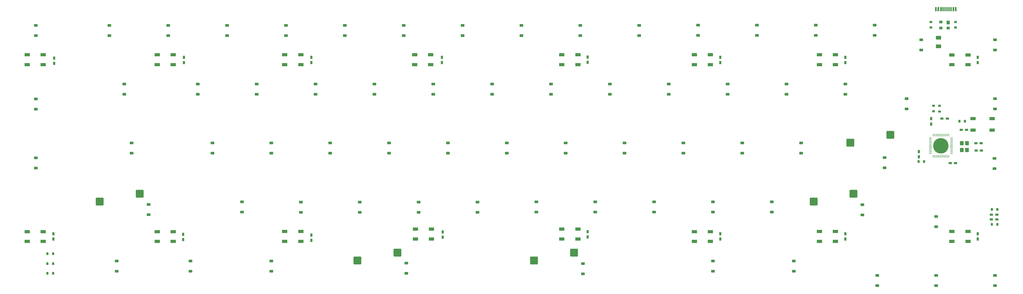
<source format=gbr>
%TF.GenerationSoftware,KiCad,Pcbnew,9.0.2*%
%TF.CreationDate,2025-08-01T12:08:27+09:00*%
%TF.ProjectId,CL70_PCB,434c3730-5f50-4434-922e-6b696361645f,rev?*%
%TF.SameCoordinates,Original*%
%TF.FileFunction,Paste,Bot*%
%TF.FilePolarity,Positive*%
%FSLAX46Y46*%
G04 Gerber Fmt 4.6, Leading zero omitted, Abs format (unit mm)*
G04 Created by KiCad (PCBNEW 9.0.2) date 2025-08-01 12:08:27*
%MOMM*%
%LPD*%
G01*
G04 APERTURE LIST*
G04 Aperture macros list*
%AMRoundRect*
0 Rectangle with rounded corners*
0 $1 Rounding radius*
0 $2 $3 $4 $5 $6 $7 $8 $9 X,Y pos of 4 corners*
0 Add a 4 corners polygon primitive as box body*
4,1,4,$2,$3,$4,$5,$6,$7,$8,$9,$2,$3,0*
0 Add four circle primitives for the rounded corners*
1,1,$1+$1,$2,$3*
1,1,$1+$1,$4,$5*
1,1,$1+$1,$6,$7*
1,1,$1+$1,$8,$9*
0 Add four rect primitives between the rounded corners*
20,1,$1+$1,$2,$3,$4,$5,0*
20,1,$1+$1,$4,$5,$6,$7,0*
20,1,$1+$1,$6,$7,$8,$9,0*
20,1,$1+$1,$8,$9,$2,$3,0*%
G04 Aperture macros list end*
%ADD10RoundRect,0.250000X-1.025000X-1.000000X1.025000X-1.000000X1.025000X1.000000X-1.025000X1.000000X0*%
%ADD11R,1.000000X0.750000*%
%ADD12R,1.800000X1.000000*%
%ADD13RoundRect,0.225000X0.375000X-0.225000X0.375000X0.225000X-0.375000X0.225000X-0.375000X-0.225000X0*%
%ADD14R,0.750000X1.000000*%
%ADD15R,0.900000X0.800000*%
%ADD16R,1.000000X1.200000*%
%ADD17R,1.000000X0.900000*%
%ADD18R,1.800000X1.100000*%
%ADD19R,0.800000X0.900000*%
%ADD20RoundRect,0.250000X0.350000X-0.450000X0.350000X0.450000X-0.350000X0.450000X-0.350000X-0.450000X0*%
%ADD21R,0.600000X1.450000*%
%ADD22R,0.300000X1.450000*%
%ADD23C,5.000000*%
%ADD24O,0.250000X1.000000*%
%ADD25O,1.000000X0.250000*%
%ADD26RoundRect,0.250000X0.625000X-0.375000X0.625000X0.375000X-0.625000X0.375000X-0.625000X-0.375000X0*%
G04 APERTURE END LIST*
D10*
%TO.C,S65*%
X216752500Y-184785000D03*
X229679500Y-182245000D03*
%TD*%
%TO.C,S64*%
X159602500Y-184785000D03*
X172529500Y-182245000D03*
%TD*%
%TO.C,S47*%
X319146250Y-146685000D03*
X332073250Y-144145000D03*
%TD*%
%TO.C,S59*%
X307240000Y-165735000D03*
X320167000Y-163195000D03*
%TD*%
%TO.C,S48*%
X76258750Y-165735000D03*
X89185750Y-163195000D03*
%TD*%
D11*
%TO.C,C6*%
X353200000Y-153250000D03*
X351500000Y-153250000D03*
%TD*%
D12*
%TO.C,RGB7*%
X94812500Y-121443750D03*
X94812500Y-118243750D03*
X100012500Y-118243750D03*
X100012500Y-121443750D03*
%TD*%
D13*
%TO.C,D8*%
X193675000Y-112043750D03*
X193675000Y-108743750D03*
%TD*%
D12*
%TO.C,RGB16*%
X357187500Y-175337500D03*
X357187500Y-178537500D03*
X351987500Y-178537500D03*
X351987500Y-175337500D03*
%TD*%
%TO.C,RGB14*%
X273843750Y-175418750D03*
X273843750Y-178618750D03*
X268643750Y-178618750D03*
X268643750Y-175418750D03*
%TD*%
D14*
%TO.C,CRGB14*%
X277018750Y-176100000D03*
X277018750Y-177800000D03*
%TD*%
D13*
%TO.C,D58*%
X293687500Y-169068750D03*
X293687500Y-165768750D03*
%TD*%
%TO.C,D49*%
X122237500Y-169068750D03*
X122237500Y-165768750D03*
%TD*%
%TO.C,D60*%
X346868750Y-173831250D03*
X346868750Y-170531250D03*
%TD*%
D11*
%TO.C,C1*%
X350500000Y-138906250D03*
X348800000Y-138906250D03*
%TD*%
D13*
%TO.C,D55*%
X236537500Y-169068750D03*
X236537500Y-165768750D03*
%TD*%
%TO.C,D71*%
X365750000Y-155050000D03*
X365750000Y-151750000D03*
%TD*%
D12*
%TO.C,RGB6*%
X136087500Y-121443750D03*
X136087500Y-118243750D03*
X141287500Y-118243750D03*
X141287500Y-121443750D03*
%TD*%
D13*
%TO.C,D57*%
X274637500Y-169068750D03*
X274637500Y-165768750D03*
%TD*%
%TO.C,D14*%
X307975000Y-111981250D03*
X307975000Y-108681250D03*
%TD*%
%TO.C,D7*%
X174625000Y-112043750D03*
X174625000Y-108743750D03*
%TD*%
D11*
%TO.C,C9*%
X364800000Y-169900000D03*
X366500000Y-169900000D03*
%TD*%
D12*
%TO.C,RGB8*%
X52750000Y-121450000D03*
X52750000Y-118250000D03*
X57950000Y-118250000D03*
X57950000Y-121450000D03*
%TD*%
D13*
%TO.C,D47*%
X330200000Y-154781250D03*
X330200000Y-151481250D03*
%TD*%
%TO.C,D4*%
X117475000Y-112043750D03*
X117475000Y-108743750D03*
%TD*%
D14*
%TO.C,CRGB15*%
X317500000Y-176100000D03*
X317500000Y-177800000D03*
%TD*%
D15*
%TO.C,RC1*%
X346075000Y-136525000D03*
X346075000Y-134725000D03*
%TD*%
D14*
%TO.C,CRGB2*%
X317500000Y-120762500D03*
X317500000Y-119062500D03*
%TD*%
D13*
%TO.C,D27*%
X241300000Y-130968750D03*
X241300000Y-127668750D03*
%TD*%
%TO.C,D26*%
X222250000Y-130968750D03*
X222250000Y-127668750D03*
%TD*%
D15*
%TO.C,RC2*%
X348000000Y-134750000D03*
X348000000Y-136550000D03*
%TD*%
D13*
%TO.C,D20*%
X107950000Y-130968750D03*
X107950000Y-127668750D03*
%TD*%
D16*
%TO.C,U2*%
X350756250Y-107837500D03*
D17*
X350756250Y-109537500D03*
X348456250Y-109537500D03*
X348456250Y-107637500D03*
%TD*%
D11*
%TO.C,C8*%
X366500000Y-171500000D03*
X364800000Y-171500000D03*
%TD*%
D14*
%TO.C,CRGB9*%
X61250000Y-176100000D03*
X61250000Y-177800000D03*
%TD*%
%TO.C,CRGB11*%
X144750000Y-176550000D03*
X144750000Y-178250000D03*
%TD*%
D13*
%TO.C,D65*%
X232568750Y-189037500D03*
X232568750Y-185737500D03*
%TD*%
%TO.C,D5*%
X136525000Y-112043750D03*
X136525000Y-108743750D03*
%TD*%
D14*
%TO.C,CRGB16*%
X360362500Y-176100000D03*
X360362500Y-177800000D03*
%TD*%
D13*
%TO.C,D37*%
X131762500Y-150018750D03*
X131762500Y-146718750D03*
%TD*%
%TO.C,D51*%
X160337500Y-169193750D03*
X160337500Y-165893750D03*
%TD*%
D14*
%TO.C,C4*%
X345281250Y-138906250D03*
X345281250Y-140606250D03*
%TD*%
D13*
%TO.C,D6*%
X155575000Y-112043750D03*
X155575000Y-108743750D03*
%TD*%
%TO.C,D62*%
X105568750Y-188243750D03*
X105568750Y-184943750D03*
%TD*%
%TO.C,D18*%
X55562500Y-135856250D03*
X55562500Y-132556250D03*
%TD*%
D12*
%TO.C,RGB13*%
X230981250Y-174600000D03*
X230981250Y-177800000D03*
X225781250Y-177800000D03*
X225781250Y-174600000D03*
%TD*%
D11*
%TO.C,C3*%
X359800000Y-146843750D03*
X361500000Y-146843750D03*
%TD*%
D13*
%TO.C,D13*%
X288925000Y-111981250D03*
X288925000Y-108681250D03*
%TD*%
D14*
%TO.C,CRGB4*%
X234156250Y-120650000D03*
X234156250Y-118950000D03*
%TD*%
D18*
%TO.C,SW1*%
X365050000Y-138906250D03*
X358850000Y-142606250D03*
X365050000Y-142606250D03*
X358850000Y-138906250D03*
%TD*%
D13*
%TO.C,D50*%
X141287500Y-169193750D03*
X141287500Y-165893750D03*
%TD*%
%TO.C,D43*%
X246062500Y-150081250D03*
X246062500Y-146781250D03*
%TD*%
%TO.C,D59*%
X323056250Y-169987500D03*
X323056250Y-166687500D03*
%TD*%
D11*
%TO.C,C7*%
X356750000Y-142500000D03*
X355050000Y-142500000D03*
%TD*%
D13*
%TO.C,D41*%
X207962500Y-150081250D03*
X207962500Y-146781250D03*
%TD*%
D12*
%TO.C,RGB12*%
X183575000Y-174600000D03*
X183575000Y-177800000D03*
X178375000Y-177800000D03*
X178375000Y-174600000D03*
%TD*%
D13*
%TO.C,D39*%
X169862500Y-150018750D03*
X169862500Y-146718750D03*
%TD*%
D12*
%TO.C,RGB4*%
X225781250Y-121443750D03*
X225781250Y-118243750D03*
X230981250Y-118243750D03*
X230981250Y-121443750D03*
%TD*%
%TO.C,RGB2*%
X309125000Y-121443750D03*
X309125000Y-118243750D03*
X314325000Y-118243750D03*
X314325000Y-121443750D03*
%TD*%
D19*
%TO.C,RC8*%
X343000000Y-152750000D03*
X341200000Y-152750000D03*
%TD*%
D13*
%TO.C,D30*%
X298450000Y-131031250D03*
X298450000Y-127731250D03*
%TD*%
%TO.C,D54*%
X217487500Y-169068750D03*
X217487500Y-165768750D03*
%TD*%
%TO.C,D24*%
X184150000Y-130968750D03*
X184150000Y-127668750D03*
%TD*%
%TO.C,D36*%
X112712500Y-150018750D03*
X112712500Y-146718750D03*
%TD*%
D15*
%TO.C,RC7*%
X353137500Y-109425000D03*
X353137500Y-107625000D03*
%TD*%
D13*
%TO.C,D9*%
X212725000Y-112043750D03*
X212725000Y-108743750D03*
%TD*%
%TO.C,D38*%
X150812500Y-150081250D03*
X150812500Y-146781250D03*
%TD*%
%TO.C,D31*%
X317500000Y-130968750D03*
X317500000Y-127668750D03*
%TD*%
D12*
%TO.C,RGB1*%
X351987500Y-121468750D03*
X351987500Y-118268750D03*
X357187500Y-118268750D03*
X357187500Y-121468750D03*
%TD*%
D19*
%TO.C,RLED1*%
X61118750Y-182562500D03*
X59318750Y-182562500D03*
%TD*%
%TO.C,RLED2*%
X61118750Y-185737500D03*
X59318750Y-185737500D03*
%TD*%
D12*
%TO.C,RGB5*%
X178156250Y-121443750D03*
X178156250Y-118243750D03*
X183356250Y-118243750D03*
X183356250Y-121443750D03*
%TD*%
D11*
%TO.C,C2*%
X359843750Y-149225000D03*
X361543750Y-149225000D03*
%TD*%
D13*
%TO.C,D32*%
X337343750Y-135731250D03*
X337343750Y-132431250D03*
%TD*%
%TO.C,D21*%
X127000000Y-130968750D03*
X127000000Y-127668750D03*
%TD*%
%TO.C,D22*%
X146050000Y-130968750D03*
X146050000Y-127668750D03*
%TD*%
%TO.C,D40*%
X188912500Y-150018750D03*
X188912500Y-146718750D03*
%TD*%
D20*
%TO.C,Y1*%
X355193750Y-149043750D03*
X355193750Y-146843750D03*
X356893750Y-146843750D03*
X356893750Y-149043750D03*
%TD*%
D12*
%TO.C,RGB10*%
X100012500Y-175418750D03*
X100012500Y-178618750D03*
X94812500Y-178618750D03*
X94812500Y-175418750D03*
%TD*%
D13*
%TO.C,D53*%
X198437500Y-169193750D03*
X198437500Y-165893750D03*
%TD*%
D12*
%TO.C,RGB3*%
X268643750Y-121443750D03*
X268643750Y-118243750D03*
X273843750Y-118243750D03*
X273843750Y-121443750D03*
%TD*%
D13*
%TO.C,D34*%
X55562500Y-154843750D03*
X55562500Y-151543750D03*
%TD*%
%TO.C,D52*%
X179387500Y-169193750D03*
X179387500Y-165893750D03*
%TD*%
D19*
%TO.C,RC5*%
X364912500Y-168275000D03*
X366712500Y-168275000D03*
%TD*%
D21*
%TO.C,USB1*%
X346825000Y-103500000D03*
X347600000Y-103500000D03*
D22*
X348300000Y-103500000D03*
X348800000Y-103500000D03*
X349300000Y-103500000D03*
X349800000Y-103500000D03*
X350300000Y-103500000D03*
X350800000Y-103500000D03*
X351300000Y-103500000D03*
X351800000Y-103500000D03*
D21*
X352500000Y-103500000D03*
X353275000Y-103500000D03*
%TD*%
D13*
%TO.C,D15*%
X327025000Y-111918750D03*
X327025000Y-108618750D03*
%TD*%
D14*
%TO.C,CRGB6*%
X144750000Y-120750000D03*
X144750000Y-119050000D03*
%TD*%
D13*
%TO.C,D44*%
X265112500Y-150018750D03*
X265112500Y-146718750D03*
%TD*%
%TO.C,D19*%
X84137500Y-131031250D03*
X84137500Y-127731250D03*
%TD*%
D14*
%TO.C,CRGB5*%
X187000000Y-120750000D03*
X187000000Y-119050000D03*
%TD*%
D12*
%TO.C,RGB15*%
X314325000Y-175393750D03*
X314325000Y-178593750D03*
X309125000Y-178593750D03*
X309125000Y-175393750D03*
%TD*%
D13*
%TO.C,D12*%
X269875000Y-111981250D03*
X269875000Y-108681250D03*
%TD*%
%TO.C,D70*%
X365918750Y-192881250D03*
X365918750Y-189581250D03*
%TD*%
D14*
%TO.C,CRGB10*%
X103250000Y-176250000D03*
X103250000Y-177950000D03*
%TD*%
D13*
%TO.C,D64*%
X175418750Y-188912500D03*
X175418750Y-185612500D03*
%TD*%
D19*
%TO.C,RC3*%
X354450000Y-139750000D03*
X356250000Y-139750000D03*
%TD*%
%TO.C,RLED3*%
X61118750Y-188912500D03*
X59318750Y-188912500D03*
%TD*%
D14*
%TO.C,CRGB7*%
X103500000Y-120750000D03*
X103500000Y-119050000D03*
%TD*%
D13*
%TO.C,D69*%
X346868750Y-192881250D03*
X346868750Y-189581250D03*
%TD*%
%TO.C,D3*%
X98425000Y-112043750D03*
X98425000Y-108743750D03*
%TD*%
D12*
%TO.C,RGB11*%
X141287500Y-175393750D03*
X141287500Y-178593750D03*
X136087500Y-178593750D03*
X136087500Y-175393750D03*
%TD*%
D13*
%TO.C,D48*%
X92075000Y-169925000D03*
X92075000Y-166625000D03*
%TD*%
%TO.C,D17*%
X365918750Y-116681250D03*
X365918750Y-113381250D03*
%TD*%
%TO.C,D25*%
X203200000Y-130968750D03*
X203200000Y-127668750D03*
%TD*%
%TO.C,D46*%
X303212500Y-150018750D03*
X303212500Y-146718750D03*
%TD*%
%TO.C,D67*%
X300831250Y-188243750D03*
X300831250Y-184943750D03*
%TD*%
%TO.C,D1*%
X55562500Y-112043750D03*
X55562500Y-108743750D03*
%TD*%
%TO.C,D2*%
X79375000Y-112043750D03*
X79375000Y-108743750D03*
%TD*%
D12*
%TO.C,RGB9*%
X57943750Y-175418750D03*
X57943750Y-178618750D03*
X52743750Y-178618750D03*
X52743750Y-175418750D03*
%TD*%
D13*
%TO.C,D11*%
X250825000Y-112043750D03*
X250825000Y-108743750D03*
%TD*%
%TO.C,D61*%
X81756250Y-188243750D03*
X81756250Y-184943750D03*
%TD*%
%TO.C,D33*%
X365918750Y-135731250D03*
X365918750Y-132431250D03*
%TD*%
%TO.C,D56*%
X255587500Y-169068750D03*
X255587500Y-165768750D03*
%TD*%
%TO.C,D28*%
X260350000Y-130968750D03*
X260350000Y-127668750D03*
%TD*%
D14*
%TO.C,CRGB3*%
X277018750Y-120762500D03*
X277018750Y-119062500D03*
%TD*%
%TO.C,CRGB13*%
X234156250Y-175418750D03*
X234156250Y-177118750D03*
%TD*%
D13*
%TO.C,D68*%
X327818750Y-192881250D03*
X327818750Y-189581250D03*
%TD*%
D14*
%TO.C,C5*%
X341312500Y-149550000D03*
X341312500Y-151250000D03*
%TD*%
D13*
%TO.C,D23*%
X165100000Y-130968750D03*
X165100000Y-127668750D03*
%TD*%
%TO.C,D16*%
X342106250Y-116681250D03*
X342106250Y-113381250D03*
%TD*%
%TO.C,D10*%
X231775000Y-112043750D03*
X231775000Y-108743750D03*
%TD*%
%TO.C,D66*%
X274637500Y-188243750D03*
X274637500Y-184943750D03*
%TD*%
D15*
%TO.C,RC6*%
X345200000Y-109425000D03*
X345200000Y-107625000D03*
%TD*%
D13*
%TO.C,D42*%
X227012500Y-150018750D03*
X227012500Y-146718750D03*
%TD*%
%TO.C,D29*%
X279400000Y-130968750D03*
X279400000Y-127668750D03*
%TD*%
D14*
%TO.C,CRGB12*%
X187250000Y-175500000D03*
X187250000Y-177200000D03*
%TD*%
D13*
%TO.C,D63*%
X131762500Y-188243750D03*
X131762500Y-184943750D03*
%TD*%
D14*
%TO.C,CRGB1*%
X360362500Y-120762500D03*
X360362500Y-119062500D03*
%TD*%
D19*
%TO.C,RC4*%
X364912500Y-173100000D03*
X366712500Y-173100000D03*
%TD*%
D13*
%TO.C,D35*%
X86518750Y-150018750D03*
X86518750Y-146718750D03*
%TD*%
D14*
%TO.C,CRGB8*%
X61500000Y-121000000D03*
X61500000Y-119300000D03*
%TD*%
D23*
%TO.C,U1*%
X348456250Y-147637500D03*
D24*
X345956250Y-144237500D03*
X346456250Y-144237500D03*
X346956250Y-144237500D03*
X347456250Y-144237500D03*
X347956250Y-144237500D03*
X348456250Y-144237500D03*
X348956250Y-144237500D03*
X349456250Y-144237500D03*
X349956250Y-144237500D03*
X350456250Y-144237500D03*
X350956250Y-144237500D03*
D25*
X351856250Y-145137500D03*
X351856250Y-145637500D03*
X351856250Y-146137500D03*
X351856250Y-146637500D03*
X351856250Y-147137500D03*
X351856250Y-147637500D03*
X351856250Y-148137500D03*
X351856250Y-148637500D03*
X351856250Y-149137500D03*
X351856250Y-149637500D03*
X351856250Y-150137500D03*
D24*
X350956250Y-151037500D03*
X350456250Y-151037500D03*
X349956250Y-151037500D03*
X349456250Y-151037500D03*
X348956250Y-151037500D03*
X348456250Y-151037500D03*
X347956250Y-151037500D03*
X347456250Y-151037500D03*
X346956250Y-151037500D03*
X346456250Y-151037500D03*
X345956250Y-151037500D03*
D25*
X345056250Y-150137500D03*
X345056250Y-149637500D03*
X345056250Y-149137500D03*
X345056250Y-148637500D03*
X345056250Y-148137500D03*
X345056250Y-147637500D03*
X345056250Y-147137500D03*
X345056250Y-146637500D03*
X345056250Y-146137500D03*
X345056250Y-145637500D03*
X345056250Y-145137500D03*
%TD*%
D13*
%TO.C,D45*%
X284162500Y-150081250D03*
X284162500Y-146781250D03*
%TD*%
D26*
%TO.C,F1*%
X347662500Y-115512500D03*
X347662500Y-112712500D03*
%TD*%
M02*

</source>
